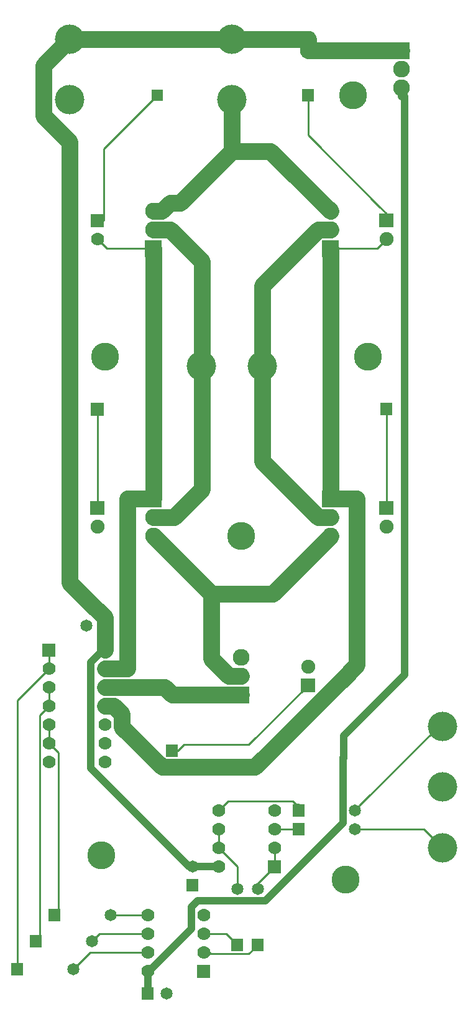
<source format=gbl>
G04 start of page 3 for group 1 idx 1 *
G04 Title: (unknown), solder *
G04 Creator: pcb 20110918 *
G04 CreationDate: Thu 04 Jul 2013 01:29:42 AM GMT UTC *
G04 For: tyrian *
G04 Format: Gerber/RS-274X *
G04 PCB-Dimensions: 270000 560000 *
G04 PCB-Coordinate-Origin: lower left *
%MOIN*%
%FSLAX25Y25*%
%LNBOTTOM*%
%ADD40C,0.0787*%
%ADD39C,0.0430*%
%ADD38C,0.0280*%
%ADD37C,0.0300*%
%ADD36C,0.1350*%
%ADD35C,0.1500*%
%ADD34C,0.0600*%
%ADD33C,0.1575*%
%ADD32C,0.0750*%
%ADD31C,0.0700*%
%ADD30C,0.0650*%
%ADD29C,0.0001*%
%ADD28C,0.0400*%
%ADD27C,0.0100*%
%ADD26C,0.0900*%
G54D26*X105000Y524142D02*X85000D01*
Y524000D01*
Y524142D01*
Y524000D02*Y524142D01*
X61500D01*
X105000D02*X85000D01*
X125000D02*X105000D01*
X61500D02*X38000D01*
X61500D02*X38000D01*
X24626Y510768D01*
X24000Y510000D02*Y483000D01*
X38000Y469000D01*
X92000Y436500D02*X87500Y432000D01*
D03*
D03*
X97420Y436500D02*X92000D01*
X125000Y464080D02*X97420Y436500D01*
X83000Y432000D03*
D03*
D03*
D03*
X87500D01*
X83000D02*X87500D01*
X83000D01*
G54D27*Y412000D03*
X85000Y494000D03*
X56500Y465500D01*
X85000Y494000D03*
X53000Y427000D02*X56500D01*
X53000D03*
X56500D01*
X53000D01*
X56500Y465500D02*Y427000D01*
X53000Y417000D02*X58000Y412000D01*
X56500Y427000D03*
D03*
X83000Y412000D02*X58000D01*
X27000Y157000D02*Y147000D01*
X32000Y142000D01*
X27000Y167000D02*X22000Y162000D01*
X27000Y147000D03*
Y167000D03*
Y147000D03*
Y177000D02*Y167000D01*
D03*
Y197000D02*Y187000D01*
X10000Y170000D01*
X27000Y187000D03*
D03*
X10000Y170000D02*Y26000D01*
X22000Y162000D02*Y41000D01*
X32000Y142000D02*Y55000D01*
X49000Y35000D02*X40000Y26000D01*
D03*
X50000Y41000D03*
D03*
X40000Y26000D03*
X22000Y41000D03*
X20000D03*
X22000D01*
X20000D02*X22000D01*
D03*
X20000D01*
X32000Y55000D03*
X30000D03*
X32000D01*
X30000D02*X32000D01*
D03*
X30000D01*
X54000Y45000D02*X50000Y41000D01*
X113500Y35000D02*X110000D01*
X113500D01*
X110000D02*Y34250D01*
Y35000D02*Y34250D01*
Y35000D02*Y34250D01*
X122000Y45000D02*X128000Y39000D01*
X139000D02*X134250Y34250D01*
X128000Y39000D03*
D03*
X134250Y34250D02*X110000D01*
G54D26*X57000Y177000D02*X89000D01*
X93000Y173000D01*
X61650Y167000D02*X66000Y162650D01*
X61650Y167000D02*X57000D01*
X66000Y155850D02*X87600Y134250D01*
X66000Y162650D02*Y155850D01*
G54D28*X49500Y133600D02*X85600Y97500D01*
X49500Y190400D02*Y133600D01*
X85000Y98000D02*X102000Y81000D01*
G54D27*X80000Y35000D03*
Y45000D03*
Y55000D03*
Y35000D03*
Y45000D03*
Y55000D03*
X60000D01*
X80000Y45000D02*X54000D01*
X122000D02*X110000D01*
X80000Y35000D02*X49000D01*
G54D28*X103500Y47600D02*X80900Y25000D01*
X80000D02*Y13000D01*
D03*
D03*
X80900Y25000D02*X80000D01*
G54D27*X128000Y69000D03*
X139000D03*
D03*
X128000D03*
X139000Y72000D02*Y69000D01*
G54D28*X104000Y81000D03*
D03*
X118000D02*X102000D01*
X118000D03*
G54D27*X128000D02*Y69000D01*
G54D28*X106850Y62750D02*X103500Y59400D01*
Y47600D01*
G54D26*X178000Y268000D03*
D03*
X171350D01*
X141339Y298011D01*
X109000Y283000D02*X94000Y268000D01*
X83000D01*
G54D27*X53000Y273000D03*
D03*
G54D26*X69000Y278000D02*X83000D01*
X141339Y349000D03*
D03*
D03*
Y298011D01*
X109000Y405000D02*Y283000D01*
X171350Y422000D02*X141339Y391989D01*
X178000Y422000D03*
D03*
X171350D01*
X178000Y412000D02*Y278000D01*
X141339Y391989D02*Y349000D01*
X83000Y422000D02*X92000D01*
X109000Y405000D01*
G54D27*X83000Y412000D03*
G54D28*X217650Y377375D02*Y261250D01*
Y377375D02*Y261250D01*
G54D27*X208000Y326000D02*Y273000D01*
G54D26*X83000Y412000D02*Y278000D01*
Y258000D02*X114000Y227000D01*
X147000D01*
X178000Y258000D01*
X114000Y192350D02*Y227000D01*
G54D27*X208000Y273000D03*
D03*
G54D26*X178000Y278000D02*X192000D01*
Y189000D01*
G54D28*X217650Y261250D02*Y183575D01*
G54D26*X57000Y214375D02*Y210000D01*
X52625Y218750D02*X57000Y214375D01*
Y210000D02*Y214375D01*
Y210000D01*
D03*
X38000Y233000D02*X52000Y219000D01*
X57000Y210000D03*
D03*
X69000Y187000D02*Y278000D01*
X57000Y210000D02*Y197000D01*
G54D28*D03*
X56100D02*X49500Y190400D01*
G54D26*X57000Y197000D03*
G54D28*X56100D01*
G54D27*X53000Y326000D02*Y273000D01*
G54D26*X38000Y469000D02*Y233000D01*
G54D27*X118000Y101000D02*Y91000D01*
D03*
D03*
G54D28*Y81000D03*
G54D27*Y91000D02*X128000Y81000D01*
X118000Y111000D03*
D03*
X123000Y116000D02*X118000Y111000D01*
D03*
X238000Y156000D03*
D03*
D03*
X228039Y101000D02*X238000Y91039D01*
D03*
D03*
X236000Y156000D02*X194250Y114250D01*
X191000Y111000D01*
D03*
D03*
X228039Y101000D02*X191000D01*
X194250Y114250D03*
X238000Y156000D02*X236000D01*
G54D28*X184750Y139400D02*Y104350D01*
X185000Y139000D02*Y151000D01*
X188000Y154000D01*
G54D26*X130000Y183000D02*X123350D01*
X111500Y173000D02*X93000D01*
X130000D03*
D03*
X111500D02*X93000D01*
X130000D02*X111500D01*
X123350Y183000D02*X114000Y192350D01*
G54D27*X166000Y178000D02*X134250Y146250D01*
X99500D01*
G54D26*X137400Y134250D02*X87600D01*
X188000Y184850D02*X137400Y134250D01*
X192000Y189000D02*X188000Y185000D01*
G54D28*X217650Y183575D02*X187500Y153425D01*
G54D27*X99500Y146250D02*X96250Y143000D01*
D03*
D03*
X93000D02*X96250D01*
X93000D03*
X96250D01*
X93000D01*
G54D26*X57000Y187000D02*X69000D01*
G54D27*X157750Y116000D02*X159500Y114250D01*
X161000D02*X159500D01*
X157750Y116000D02*X123000D01*
X161000Y114250D03*
Y111000D01*
Y114250D01*
Y111000D02*Y114250D01*
D03*
Y101000D03*
D03*
X148000D01*
X161000Y111000D03*
D03*
X148000Y91000D02*Y81000D01*
D03*
X139000Y72000D01*
X148000Y81000D03*
G54D28*X143150Y62750D02*X106850D01*
X184750Y104350D02*X143150Y62750D01*
G54D26*X145920Y464080D02*X157250Y452750D01*
X178000Y432000D01*
X125000Y491661D02*Y464080D01*
X145920D02*X125000D01*
G54D27*X166000Y472750D02*X168669Y470081D01*
G54D26*X125000Y524142D02*Y524000D01*
Y524142D03*
D03*
Y524000D01*
X166000D02*X125000Y524142D01*
X166000Y524000D03*
D03*
X145500D01*
X166000D02*Y518000D01*
Y524000D02*Y518000D01*
Y524000D02*Y518000D01*
D03*
D03*
X216000D02*X166000D01*
G54D27*Y494000D02*Y472750D01*
G54D26*X178000Y432000D03*
D03*
G54D27*X168669Y470081D02*X204250Y434500D01*
X208000Y430750D03*
D03*
X204250Y434500D02*X208000Y430750D01*
Y427000D01*
D03*
Y430750D01*
Y427000D02*Y430750D01*
Y427000D03*
Y417000D02*X203000Y412000D01*
X178000D01*
G54D28*X217650Y493500D03*
D03*
D03*
X216000Y498000D02*Y493500D01*
Y498000D02*Y493500D01*
Y498000D02*Y493500D01*
Y498000D02*Y493500D01*
Y498000D02*Y493500D01*
X217650D01*
X216000D02*X217650D01*
X216000D02*X217650D01*
X216000D02*X217650D01*
X216000D01*
X217650D02*Y377375D01*
G54D26*X216000Y518000D03*
D03*
G54D29*G36*
X53750Y213250D02*Y206750D01*
X60250D01*
Y213250D01*
X53750D01*
G37*
G54D30*X47000Y210000D03*
G54D29*G36*
X23500Y200500D02*Y193500D01*
X30500D01*
Y200500D01*
X23500D01*
G37*
G54D31*X57000Y197000D03*
X27000Y187000D03*
X57000D03*
X27000Y177000D03*
X57000D03*
X27000Y167000D03*
X57000D03*
X27000Y157000D03*
X57000D03*
G54D29*G36*
X49250Y276750D02*Y269250D01*
X56750D01*
Y276750D01*
X49250D01*
G37*
G54D32*X53000Y263000D03*
G54D30*X191000Y101000D03*
G54D33*X238000Y91039D03*
G54D30*X191000Y111000D03*
G54D33*X238000Y156000D03*
Y123520D03*
G54D29*G36*
X204250Y276750D02*Y269250D01*
X211750D01*
Y276750D01*
X204250D01*
G37*
G36*
X173500Y282500D02*Y273500D01*
X182500D01*
Y282500D01*
X173500D01*
G37*
G54D26*X178000Y268000D03*
Y258000D03*
G54D32*X208000Y263000D03*
G54D29*G36*
X204750Y329250D02*Y322750D01*
X211250D01*
Y329250D01*
X204750D01*
G37*
G54D30*X178000Y326000D03*
G54D29*G36*
X157750Y104250D02*Y97750D01*
X164250D01*
Y104250D01*
X157750D01*
G37*
G36*
X144500Y84500D02*Y77500D01*
X151500D01*
Y84500D01*
X144500D01*
G37*
G54D31*X148000Y91000D03*
Y101000D03*
G54D29*G36*
X157750Y114250D02*Y107750D01*
X164250D01*
Y114250D01*
X157750D01*
G37*
G54D31*X148000Y111000D03*
X118000D03*
Y101000D03*
Y91000D03*
Y81000D03*
G54D29*G36*
X135750Y42250D02*Y35750D01*
X142250D01*
Y42250D01*
X135750D01*
G37*
G54D30*X139000Y69000D03*
G54D29*G36*
X124750Y42250D02*Y35750D01*
X131250D01*
Y42250D01*
X124750D01*
G37*
G54D30*X128000Y69000D03*
G54D29*G36*
X76750Y16250D02*Y9750D01*
X83250D01*
Y16250D01*
X76750D01*
G37*
G54D30*X90000Y13000D03*
G54D29*G36*
X100750Y74250D02*Y67750D01*
X107250D01*
Y74250D01*
X100750D01*
G37*
G54D30*X104000Y81000D03*
G54D29*G36*
X106500Y28500D02*Y21500D01*
X113500D01*
Y28500D01*
X106500D01*
G37*
G54D31*X110000Y35000D03*
Y45000D03*
Y55000D03*
X80000D03*
Y45000D03*
Y35000D03*
Y25000D03*
X27000Y147000D03*
Y137000D03*
X57000D03*
Y147000D03*
G54D29*G36*
X26750Y58250D02*Y51750D01*
X33250D01*
Y58250D01*
X26750D01*
G37*
G54D30*X60000Y55000D03*
G54D29*G36*
X16750Y44250D02*Y37750D01*
X23250D01*
Y44250D01*
X16750D01*
G37*
G54D30*X50000Y41000D03*
G54D29*G36*
X6750Y29250D02*Y22750D01*
X13250D01*
Y29250D01*
X6750D01*
G37*
G54D30*X40000Y26000D03*
G54D29*G36*
X89750Y146250D02*Y139750D01*
X96250D01*
Y146250D01*
X89750D01*
G37*
G54D30*X93000Y173000D03*
G54D29*G36*
X162250Y181750D02*Y174250D01*
X169750D01*
Y181750D01*
X162250D01*
G37*
G54D32*X166000Y188000D03*
G54D29*G36*
X125500Y177500D02*Y168500D01*
X134500D01*
Y177500D01*
X125500D01*
G37*
G54D26*X130000Y183000D03*
Y193000D03*
G54D33*X38000Y524142D03*
G54D34*X85000Y524000D03*
G54D33*X125000Y524142D03*
X38000Y491661D03*
G54D29*G36*
X82000Y497000D02*Y491000D01*
X88000D01*
Y497000D01*
X82000D01*
G37*
G54D33*X125000Y491661D03*
G54D29*G36*
X204250Y430750D02*Y423250D01*
X211750D01*
Y430750D01*
X204250D01*
G37*
G36*
X211500Y522500D02*Y513500D01*
X220500D01*
Y522500D01*
X211500D01*
G37*
G54D26*X216000Y508000D03*
Y498000D03*
G54D32*X208000Y417000D03*
G54D29*G36*
X173500Y416500D02*Y407500D01*
X182500D01*
Y416500D01*
X173500D01*
G37*
G54D26*X178000Y422000D03*
Y432000D03*
G54D29*G36*
X162750Y497250D02*Y490750D01*
X169250D01*
Y497250D01*
X162750D01*
G37*
G54D30*X166000Y524000D03*
G54D29*G36*
X78500Y416500D02*Y407500D01*
X87500D01*
Y416500D01*
X78500D01*
G37*
G54D26*X83000Y422000D03*
Y432000D03*
G54D29*G36*
X49500Y430500D02*Y423500D01*
X56500D01*
Y430500D01*
X49500D01*
G37*
G54D31*X53000Y417000D03*
G54D29*G36*
X49500Y329500D02*Y322500D01*
X56500D01*
Y329500D01*
X49500D01*
G37*
G54D30*X83000Y326000D03*
G54D29*G36*
X78500Y282500D02*Y273500D01*
X87500D01*
Y282500D01*
X78500D01*
G37*
G54D26*X83000Y268000D03*
Y258000D03*
G54D33*X108858Y349000D03*
X141339D03*
G54D35*X190000Y494000D03*
X57000Y354000D03*
X198000D03*
X55000Y87000D03*
X186000Y74000D03*
X130000Y258000D03*
G54D36*G54D37*G54D38*G54D39*G54D37*G54D40*G54D37*G54D40*G54D39*G54D34*G54D39*G54D37*G54D38*G54D37*G54D38*G54D37*G54D38*G54D37*G54D39*G54D34*G54D40*G54D37*G54D40*G54D37*G54D40*G54D39*G54D34*G54D39*G54D34*G54D37*G54D34*G54D39*G54D37*G54D34*G54D40*M02*

</source>
